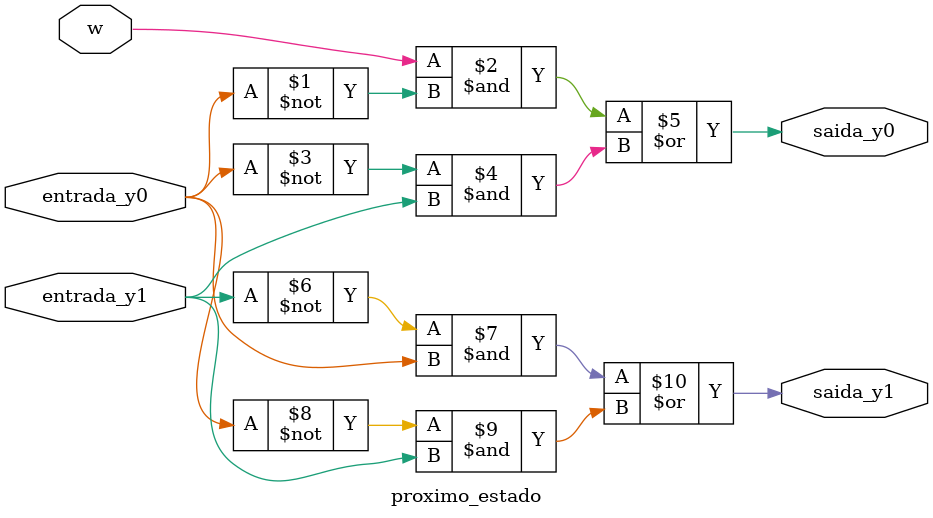
<source format=v>
module proximo_estado(w,entrada_y0,entrada_y1,saida_y0,saida_y1);
    input w, entrada_y0, entrada_y1;
    output saida_y0, saida_y1;
    assign saida_y0 = (w & ~entrada_y0)| (~entrada_y0 & entrada_y1);
    assign saida_y1 =  (~entrada_y1 & entrada_y0)| (~entrada_y0 & entrada_y1);

endmodule



</source>
